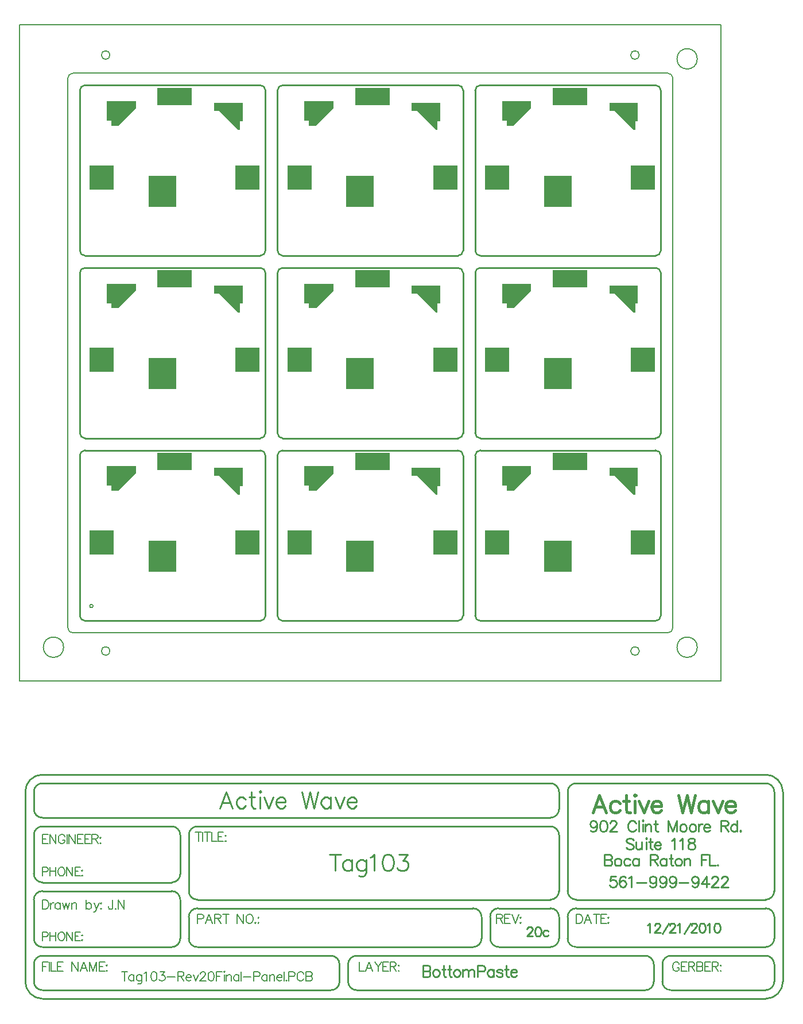
<source format=gbp>
%FSLAX24Y24*%
%MOIN*%
G70*
G01*
G75*
G04 Layer_Color=128*
%ADD10C,0.0500*%
%ADD11C,0.0100*%
%ADD12C,0.0150*%
%ADD13R,0.0300X0.0300*%
%ADD14R,0.0740X0.0450*%
%ADD15R,0.0300X0.0300*%
%ADD16O,0.0240X0.0800*%
%ADD17R,0.0360X0.0500*%
%ADD18R,0.0360X0.0360*%
%ADD19R,0.0236X0.1000*%
%ADD20R,0.0236X0.0900*%
%ADD21R,0.0700X0.0236*%
%ADD22R,0.0900X0.0236*%
%ADD23O,0.0160X0.0600*%
%ADD24R,0.0138X0.0354*%
%ADD25R,0.0138X0.0354*%
%ADD26R,0.0236X0.0236*%
%ADD27O,0.0160X0.0600*%
%ADD28R,0.0200X0.0500*%
%ADD29R,0.0748X0.0433*%
%ADD30C,0.0120*%
%ADD31C,0.0080*%
%ADD32C,0.0250*%
%ADD33C,0.0200*%
%ADD34C,0.0120*%
%ADD35C,0.0160*%
%ADD36C,0.0140*%
%ADD37C,0.0260*%
%ADD38C,0.0060*%
%ADD39C,0.0050*%
%ADD40C,0.0090*%
%ADD41C,0.1180*%
%ADD42C,0.0700*%
%ADD43R,0.0500X0.0500*%
%ADD44R,0.0394X0.0433*%
%ADD45C,0.0650*%
%ADD46C,0.0200*%
%ADD47R,0.1398X0.1398*%
%ADD48R,0.2000X0.1000*%
%ADD49R,0.1600X0.1800*%
%ADD50C,0.0300*%
%ADD51R,0.0650X0.0650*%
%ADD52C,0.0098*%
G36*
X8779Y6950D02*
X8619D01*
Y6440D01*
X8539D01*
X7439Y7540D01*
X7129D01*
Y8010D01*
X8779D01*
Y6950D01*
D02*
G37*
G36*
X2579Y7700D02*
X1569Y6690D01*
X1159D01*
Y6980D01*
X889D01*
Y8110D01*
X2579D01*
Y7700D01*
D02*
G37*
G36*
X20259Y6950D02*
X20099D01*
Y6440D01*
X20019D01*
X18919Y7540D01*
X18609D01*
Y8010D01*
X20259D01*
Y6950D01*
D02*
G37*
G36*
X14059Y7700D02*
X13049Y6690D01*
X12639D01*
Y6980D01*
X12369D01*
Y8110D01*
X14059D01*
Y7700D01*
D02*
G37*
G36*
X31739Y6950D02*
X31579D01*
Y6440D01*
X31499D01*
X30399Y7540D01*
X30089D01*
Y8010D01*
X31739D01*
Y6950D01*
D02*
G37*
G36*
X25539Y7700D02*
X24529Y6690D01*
X24119D01*
Y6980D01*
X23849D01*
Y8110D01*
X25539D01*
Y7700D01*
D02*
G37*
G36*
X8779Y17540D02*
X8619D01*
Y17030D01*
X8539D01*
X7439Y18130D01*
X7129D01*
Y18600D01*
X8779D01*
Y17540D01*
D02*
G37*
G36*
X2579Y18290D02*
X1569Y17280D01*
X1159D01*
Y17570D01*
X889D01*
Y18700D01*
X2579D01*
Y18290D01*
D02*
G37*
G36*
X20259Y17540D02*
X20099D01*
Y17030D01*
X20019D01*
X18919Y18130D01*
X18609D01*
Y18600D01*
X20259D01*
Y17540D01*
D02*
G37*
G36*
X14059Y18290D02*
X13049Y17280D01*
X12639D01*
Y17570D01*
X12369D01*
Y18700D01*
X14059D01*
Y18290D01*
D02*
G37*
G36*
X31739Y17540D02*
X31579D01*
Y17030D01*
X31499D01*
X30399Y18130D01*
X30089D01*
Y18600D01*
X31739D01*
Y17540D01*
D02*
G37*
G36*
X25539Y18290D02*
X24529Y17280D01*
X24119D01*
Y17570D01*
X23849D01*
Y18700D01*
X25539D01*
Y18290D01*
D02*
G37*
G36*
X8779Y28130D02*
X8619D01*
Y27620D01*
X8539D01*
X7439Y28720D01*
X7129D01*
Y29190D01*
X8779D01*
Y28130D01*
D02*
G37*
G36*
X2579Y28880D02*
X1569Y27870D01*
X1159D01*
Y28160D01*
X889D01*
Y29290D01*
X2579D01*
Y28880D01*
D02*
G37*
G36*
X20259Y28130D02*
X20099D01*
Y27620D01*
X20019D01*
X18919Y28720D01*
X18609D01*
Y29190D01*
X20259D01*
Y28130D01*
D02*
G37*
G36*
X14059Y28880D02*
X13049Y27870D01*
X12639D01*
Y28160D01*
X12369D01*
Y29290D01*
X14059D01*
Y28880D01*
D02*
G37*
G36*
X31739Y28130D02*
X31579D01*
Y27620D01*
X31499D01*
X30399Y28720D01*
X30089D01*
Y29190D01*
X31739D01*
Y28130D01*
D02*
G37*
G36*
X25539Y28880D02*
X24529Y27870D01*
X24119D01*
Y28160D01*
X23849D01*
Y29290D01*
X25539D01*
Y28880D01*
D02*
G37*
D11*
X19250Y-20860D02*
Y-21500D01*
Y-20860D02*
X19524D01*
X19616Y-20891D01*
X19646Y-20921D01*
X19677Y-20982D01*
Y-21043D01*
X19646Y-21104D01*
X19616Y-21134D01*
X19524Y-21165D01*
X19250D02*
X19524D01*
X19616Y-21195D01*
X19646Y-21226D01*
X19677Y-21287D01*
Y-21378D01*
X19646Y-21439D01*
X19616Y-21470D01*
X19524Y-21500D01*
X19250D01*
X19972Y-21073D02*
X19911Y-21104D01*
X19850Y-21165D01*
X19820Y-21256D01*
Y-21317D01*
X19850Y-21409D01*
X19911Y-21470D01*
X19972Y-21500D01*
X20064D01*
X20124Y-21470D01*
X20185Y-21409D01*
X20216Y-21317D01*
Y-21256D01*
X20185Y-21165D01*
X20124Y-21104D01*
X20064Y-21073D01*
X19972D01*
X20447Y-20860D02*
Y-21378D01*
X20478Y-21470D01*
X20539Y-21500D01*
X20600D01*
X20356Y-21073D02*
X20569D01*
X20783Y-20860D02*
Y-21378D01*
X20813Y-21470D01*
X20874Y-21500D01*
X20935D01*
X20691Y-21073D02*
X20905D01*
X21179D02*
X21118Y-21104D01*
X21057Y-21165D01*
X21026Y-21256D01*
Y-21317D01*
X21057Y-21409D01*
X21118Y-21470D01*
X21179Y-21500D01*
X21270D01*
X21331Y-21470D01*
X21392Y-21409D01*
X21422Y-21317D01*
Y-21256D01*
X21392Y-21165D01*
X21331Y-21104D01*
X21270Y-21073D01*
X21179D01*
X21563D02*
Y-21500D01*
Y-21195D02*
X21654Y-21104D01*
X21715Y-21073D01*
X21806D01*
X21867Y-21104D01*
X21898Y-21195D01*
Y-21500D01*
Y-21195D02*
X21989Y-21104D01*
X22050Y-21073D01*
X22142D01*
X22203Y-21104D01*
X22233Y-21195D01*
Y-21500D01*
X22434Y-21195D02*
X22708D01*
X22800Y-21165D01*
X22830Y-21134D01*
X22861Y-21073D01*
Y-20982D01*
X22830Y-20921D01*
X22800Y-20891D01*
X22708Y-20860D01*
X22434D01*
Y-21500D01*
X23370Y-21073D02*
Y-21500D01*
Y-21165D02*
X23309Y-21104D01*
X23248Y-21073D01*
X23156D01*
X23095Y-21104D01*
X23034Y-21165D01*
X23004Y-21256D01*
Y-21317D01*
X23034Y-21409D01*
X23095Y-21470D01*
X23156Y-21500D01*
X23248D01*
X23309Y-21470D01*
X23370Y-21409D01*
X23875Y-21165D02*
X23845Y-21104D01*
X23753Y-21073D01*
X23662D01*
X23571Y-21104D01*
X23540Y-21165D01*
X23571Y-21226D01*
X23632Y-21256D01*
X23784Y-21287D01*
X23845Y-21317D01*
X23875Y-21378D01*
Y-21409D01*
X23845Y-21470D01*
X23753Y-21500D01*
X23662D01*
X23571Y-21470D01*
X23540Y-21409D01*
X24101Y-20860D02*
Y-21378D01*
X24131Y-21470D01*
X24192Y-21500D01*
X24253D01*
X24009Y-21073D02*
X24223D01*
X24345Y-21256D02*
X24710D01*
Y-21195D01*
X24680Y-21134D01*
X24649Y-21104D01*
X24588Y-21073D01*
X24497D01*
X24436Y-21104D01*
X24375Y-21165D01*
X24345Y-21256D01*
Y-21317D01*
X24375Y-21409D01*
X24436Y-21470D01*
X24497Y-21500D01*
X24588D01*
X24649Y-21470D01*
X24710Y-21409D01*
X-370Y9030D02*
G03*
X-670Y8730I0J-300D01*
G01*
X10110D02*
G03*
X9810Y9030I-300J0D01*
G01*
Y-860D02*
G03*
X10110Y-560I0J300D01*
G01*
X-670D02*
G03*
X-370Y-860I300J0D01*
G01*
X-670Y-560D02*
Y8730D01*
X-370Y9030D02*
X9810D01*
X10110Y-560D02*
Y8730D01*
X-370Y-860D02*
X9810D01*
X11110Y9030D02*
G03*
X10810Y8730I0J-300D01*
G01*
X21590D02*
G03*
X21290Y9030I-300J0D01*
G01*
Y-860D02*
G03*
X21590Y-560I0J300D01*
G01*
X10810D02*
G03*
X11110Y-860I300J0D01*
G01*
X10810Y-560D02*
Y8730D01*
X11110Y9030D02*
X21290D01*
X21590Y-560D02*
Y8730D01*
X11110Y-860D02*
X21290D01*
X22590Y9030D02*
G03*
X22290Y8730I0J-300D01*
G01*
X33070D02*
G03*
X32770Y9030I-300J0D01*
G01*
Y-860D02*
G03*
X33070Y-560I0J300D01*
G01*
X22290D02*
G03*
X22590Y-860I300J0D01*
G01*
X22290Y-560D02*
Y8730D01*
X22590Y9030D02*
X32770D01*
X33070Y-560D02*
Y8730D01*
X22590Y-860D02*
X32770D01*
X-370Y19620D02*
G03*
X-670Y19320I0J-300D01*
G01*
X10110D02*
G03*
X9810Y19620I-300J0D01*
G01*
Y9730D02*
G03*
X10110Y10030I0J300D01*
G01*
X-670D02*
G03*
X-370Y9730I300J0D01*
G01*
X-670Y10030D02*
Y19320D01*
X-370Y19620D02*
X9810D01*
X10110Y10030D02*
Y19320D01*
X-370Y9730D02*
X9810D01*
X11110Y19620D02*
G03*
X10810Y19320I0J-300D01*
G01*
X21590D02*
G03*
X21290Y19620I-300J0D01*
G01*
Y9730D02*
G03*
X21590Y10030I0J300D01*
G01*
X10810D02*
G03*
X11110Y9730I300J0D01*
G01*
X10810Y10030D02*
Y19320D01*
X11110Y19620D02*
X21290D01*
X21590Y10030D02*
Y19320D01*
X11110Y9730D02*
X21290D01*
X22590Y19620D02*
G03*
X22290Y19320I0J-300D01*
G01*
X33070D02*
G03*
X32770Y19620I-300J0D01*
G01*
Y9730D02*
G03*
X33070Y10030I0J300D01*
G01*
X22290D02*
G03*
X22590Y9730I300J0D01*
G01*
X22290Y10030D02*
Y19320D01*
X22590Y19620D02*
X32770D01*
X33070Y10030D02*
Y19320D01*
X22590Y9730D02*
X32770D01*
X-370Y30210D02*
G03*
X-670Y29910I0J-300D01*
G01*
X10110D02*
G03*
X9810Y30210I-300J0D01*
G01*
Y20320D02*
G03*
X10110Y20620I0J300D01*
G01*
X-670D02*
G03*
X-370Y20320I300J0D01*
G01*
X-670Y20620D02*
Y29910D01*
X-370Y30210D02*
X9810D01*
X10110Y20620D02*
Y29910D01*
X-370Y20320D02*
X9810D01*
X11110Y30210D02*
G03*
X10810Y29910I0J-300D01*
G01*
X21590D02*
G03*
X21290Y30210I-300J0D01*
G01*
Y20320D02*
G03*
X21590Y20620I0J300D01*
G01*
X10810D02*
G03*
X11110Y20320I300J0D01*
G01*
X10810Y20620D02*
Y29910D01*
X11110Y30210D02*
X21290D01*
X21590Y20620D02*
Y29910D01*
X11110Y20320D02*
X21290D01*
X22590Y30210D02*
G03*
X22290Y29910I0J-300D01*
G01*
X33070D02*
G03*
X32770Y30210I-300J0D01*
G01*
Y20320D02*
G03*
X33070Y20620I0J300D01*
G01*
X22290D02*
G03*
X22590Y20320I300J0D01*
G01*
X22290Y20620D02*
Y29910D01*
X22590Y30210D02*
X32770D01*
X33070Y20620D02*
Y29910D01*
X22590Y20320D02*
X32770D01*
X39659Y-18022D02*
G03*
X39169Y-17532I-490J0D01*
G01*
X28159D02*
G03*
X27659Y-18032I0J-500D01*
G01*
X39159Y-17032D02*
G03*
X39659Y-16532I0J500D01*
G01*
X27659D02*
G03*
X28159Y-17032I500J0D01*
G01*
X-2841Y-9782D02*
G03*
X-3841Y-10782I0J-1000D01*
G01*
Y-21772D02*
G03*
X-2848Y-22782I1010J0D01*
G01*
X39159Y-22782D02*
G03*
X40159Y-21782I0J1000D01*
G01*
Y-10782D02*
G03*
X39159Y-9782I-1000J0D01*
G01*
X39659Y-10772D02*
G03*
X39152Y-10282I-490J0D01*
G01*
X39159Y-19782D02*
G03*
X39659Y-19282I0J500D01*
G01*
X39659Y-20773D02*
G03*
X39159Y-20282I-500J-9D01*
G01*
Y-22282D02*
G03*
X39659Y-21782I0J500D01*
G01*
X26659Y-19782D02*
G03*
X27159Y-19282I0J500D01*
G01*
X27659Y-19292D02*
G03*
X28158Y-19782I490J0D01*
G01*
X27159Y-18022D02*
G03*
X26669Y-17532I-490J0D01*
G01*
X-3341Y-21782D02*
G03*
X-2850Y-22282I500J0D01*
G01*
X26668Y-17032D02*
G03*
X27159Y-16532I-9J500D01*
G01*
X-2841Y-20282D02*
G03*
X-3341Y-20782I0J-500D01*
G01*
X27159Y-13282D02*
G03*
X26659Y-12782I-500J0D01*
G01*
Y-12282D02*
G03*
X27159Y-11782I0J500D01*
G01*
X28159Y-10282D02*
G03*
X27659Y-10782I0J-500D01*
G01*
X27159D02*
G03*
X26659Y-10282I-500J0D01*
G01*
X-2841D02*
G03*
X-3341Y-10782I0J-500D01*
G01*
Y-11782D02*
G03*
X-2841Y-12282I500J0D01*
G01*
Y-12782D02*
G03*
X-3341Y-13282I0J-500D01*
G01*
Y-15532D02*
G03*
X-2841Y-16032I500J0D01*
G01*
Y-16532D02*
G03*
X-3341Y-17032I0J-500D01*
G01*
Y-19282D02*
G03*
X-2850Y-19782I500J0D01*
G01*
X6159Y-12782D02*
G03*
X5659Y-13282I0J-500D01*
G01*
X6159Y-17532D02*
G03*
X5659Y-18032I0J-500D01*
G01*
X23639Y-17532D02*
G03*
X23160Y-18037I0J-480D01*
G01*
X23159Y-19272D02*
G03*
X23660Y-19782I510J0D01*
G01*
X22169Y-19782D02*
G03*
X22659Y-19283I0J490D01*
G01*
X22659Y-18022D02*
G03*
X22169Y-17532I-490J0D01*
G01*
X4669Y-19782D02*
G03*
X5159Y-19292I0J490D01*
G01*
X5659D02*
G03*
X6149Y-19782I490J0D01*
G01*
X5659Y-16542D02*
G03*
X6149Y-17032I490J0D01*
G01*
X5159Y-17022D02*
G03*
X4652Y-16532I-490J0D01*
G01*
X4679Y-16032D02*
G03*
X5159Y-15552I0J480D01*
G01*
Y-13272D02*
G03*
X4669Y-12782I-490J0D01*
G01*
X33659Y-20282D02*
G03*
X33159Y-20782I0J-500D01*
G01*
Y-21792D02*
G03*
X33658Y-22282I490J0D01*
G01*
X32171Y-22282D02*
G03*
X32659Y-21785I8J480D01*
G01*
X32659Y-20782D02*
G03*
X32159Y-20282I-500J0D01*
G01*
X14909Y-21782D02*
G03*
X15400Y-22282I500J0D01*
G01*
X15409Y-20282D02*
G03*
X14909Y-20782I0J-500D01*
G01*
X13921Y-22282D02*
G03*
X14409Y-21785I8J480D01*
G01*
X14409Y-20782D02*
G03*
X13909Y-20282I-500J0D01*
G01*
X39659Y-19282D02*
Y-18022D01*
X27659Y-19282D02*
Y-18032D01*
X39659Y-16532D02*
Y-10782D01*
X27659Y-16532D02*
Y-10782D01*
X-3841Y-21782D02*
Y-10782D01*
X-3341Y-21782D02*
Y-20782D01*
X39659Y-21782D02*
Y-20782D01*
X27159Y-19282D02*
Y-18032D01*
X23159Y-19282D02*
Y-18032D01*
X5659Y-19282D02*
Y-18032D01*
X22659Y-19282D02*
Y-18032D01*
X5659Y-16532D02*
Y-13282D01*
X27159Y-16532D02*
Y-13282D01*
Y-11782D02*
Y-10782D01*
X-3341Y-11782D02*
Y-10782D01*
X5159Y-15532D02*
Y-13282D01*
X-3341Y-15532D02*
Y-13282D01*
X5159Y-19282D02*
Y-17032D01*
X-3341Y-19282D02*
Y-17032D01*
X40159Y-21782D02*
Y-10782D01*
X33159Y-21782D02*
Y-20782D01*
X32659Y-21782D02*
Y-20782D01*
X14909Y-21782D02*
Y-20782D01*
X14409Y-21782D02*
Y-20782D01*
X28159Y-17532D02*
X39159D01*
X28159Y-17032D02*
X39159D01*
X6159D02*
X26659D01*
X28159Y-10282D02*
X39159D01*
X28159Y-19782D02*
X39159D01*
X23659Y-17532D02*
X26659D01*
X23659Y-19782D02*
X26659D01*
X6159D02*
X22159D01*
X6159Y-17532D02*
X22159D01*
X6159Y-12782D02*
X26659D01*
X-2841Y-12282D02*
X26659D01*
X-2841Y-12782D02*
X4659D01*
X-2841Y-16032D02*
X4659D01*
X-2841Y-16532D02*
X4659D01*
X-2841Y-19782D02*
X4659D01*
X-2841Y-9782D02*
X39159D01*
X-2841Y-22782D02*
X39159D01*
X-2841Y-10282D02*
X26659D01*
X33659Y-20282D02*
X39159D01*
X33659Y-22282D02*
X39159D01*
X15409Y-20282D02*
X32159D01*
X-2841D02*
X13909D01*
X-2841Y-22282D02*
X13909D01*
X15409D02*
X32159D01*
X31487Y-13572D02*
X31426Y-13511D01*
X31334Y-13480D01*
X31212D01*
X31121Y-13511D01*
X31060Y-13572D01*
Y-13632D01*
X31090Y-13693D01*
X31121Y-13724D01*
X31182Y-13754D01*
X31365Y-13815D01*
X31426Y-13846D01*
X31456Y-13876D01*
X31487Y-13937D01*
Y-14029D01*
X31426Y-14090D01*
X31334Y-14120D01*
X31212D01*
X31121Y-14090D01*
X31060Y-14029D01*
X31630Y-13693D02*
Y-13998D01*
X31660Y-14090D01*
X31721Y-14120D01*
X31813D01*
X31874Y-14090D01*
X31965Y-13998D01*
Y-13693D02*
Y-14120D01*
X32193Y-13480D02*
X32224Y-13511D01*
X32254Y-13480D01*
X32224Y-13450D01*
X32193Y-13480D01*
X32224Y-13693D02*
Y-14120D01*
X32459Y-13480D02*
Y-13998D01*
X32489Y-14090D01*
X32550Y-14120D01*
X32611D01*
X32367Y-13693D02*
X32580D01*
X32702Y-13876D02*
X33068D01*
Y-13815D01*
X33037Y-13754D01*
X33007Y-13724D01*
X32946Y-13693D01*
X32855D01*
X32794Y-13724D01*
X32733Y-13785D01*
X32702Y-13876D01*
Y-13937D01*
X32733Y-14029D01*
X32794Y-14090D01*
X32855Y-14120D01*
X32946D01*
X33007Y-14090D01*
X33068Y-14029D01*
X33708Y-13602D02*
X33769Y-13572D01*
X33860Y-13480D01*
Y-14120D01*
X34177Y-13602D02*
X34238Y-13572D01*
X34329Y-13480D01*
Y-14120D01*
X34799Y-13480D02*
X34707Y-13511D01*
X34677Y-13572D01*
Y-13632D01*
X34707Y-13693D01*
X34768Y-13724D01*
X34890Y-13754D01*
X34981Y-13785D01*
X35042Y-13846D01*
X35073Y-13907D01*
Y-13998D01*
X35042Y-14059D01*
X35012Y-14090D01*
X34920Y-14120D01*
X34799D01*
X34707Y-14090D01*
X34677Y-14059D01*
X34646Y-13998D01*
Y-13907D01*
X34677Y-13846D01*
X34738Y-13785D01*
X34829Y-13754D01*
X34951Y-13724D01*
X35012Y-13693D01*
X35042Y-13632D01*
Y-13572D01*
X35012Y-13511D01*
X34920Y-13480D01*
X34799D01*
X30466Y-15670D02*
X30161D01*
X30130Y-15944D01*
X30161Y-15914D01*
X30252Y-15883D01*
X30344D01*
X30435Y-15914D01*
X30496Y-15975D01*
X30527Y-16066D01*
Y-16127D01*
X30496Y-16219D01*
X30435Y-16280D01*
X30344Y-16310D01*
X30252D01*
X30161Y-16280D01*
X30130Y-16249D01*
X30100Y-16188D01*
X31035Y-15762D02*
X31005Y-15701D01*
X30914Y-15670D01*
X30853D01*
X30761Y-15701D01*
X30700Y-15792D01*
X30670Y-15944D01*
Y-16097D01*
X30700Y-16219D01*
X30761Y-16280D01*
X30853Y-16310D01*
X30883D01*
X30974Y-16280D01*
X31035Y-16219D01*
X31066Y-16127D01*
Y-16097D01*
X31035Y-16005D01*
X30974Y-15944D01*
X30883Y-15914D01*
X30853D01*
X30761Y-15944D01*
X30700Y-16005D01*
X30670Y-16097D01*
X31206Y-15792D02*
X31267Y-15762D01*
X31358Y-15670D01*
Y-16310D01*
X31675Y-16036D02*
X32224D01*
X32809Y-15883D02*
X32778Y-15975D01*
X32717Y-16036D01*
X32626Y-16066D01*
X32595D01*
X32504Y-16036D01*
X32443Y-15975D01*
X32413Y-15883D01*
Y-15853D01*
X32443Y-15762D01*
X32504Y-15701D01*
X32595Y-15670D01*
X32626D01*
X32717Y-15701D01*
X32778Y-15762D01*
X32809Y-15883D01*
Y-16036D01*
X32778Y-16188D01*
X32717Y-16280D01*
X32626Y-16310D01*
X32565D01*
X32474Y-16280D01*
X32443Y-16219D01*
X33379Y-15883D02*
X33348Y-15975D01*
X33287Y-16036D01*
X33196Y-16066D01*
X33165D01*
X33074Y-16036D01*
X33013Y-15975D01*
X32982Y-15883D01*
Y-15853D01*
X33013Y-15762D01*
X33074Y-15701D01*
X33165Y-15670D01*
X33196D01*
X33287Y-15701D01*
X33348Y-15762D01*
X33379Y-15883D01*
Y-16036D01*
X33348Y-16188D01*
X33287Y-16280D01*
X33196Y-16310D01*
X33135D01*
X33043Y-16280D01*
X33013Y-16219D01*
X33948Y-15883D02*
X33918Y-15975D01*
X33857Y-16036D01*
X33765Y-16066D01*
X33735D01*
X33644Y-16036D01*
X33583Y-15975D01*
X33552Y-15883D01*
Y-15853D01*
X33583Y-15762D01*
X33644Y-15701D01*
X33735Y-15670D01*
X33765D01*
X33857Y-15701D01*
X33918Y-15762D01*
X33948Y-15883D01*
Y-16036D01*
X33918Y-16188D01*
X33857Y-16280D01*
X33765Y-16310D01*
X33705D01*
X33613Y-16280D01*
X33583Y-16219D01*
X34122Y-16036D02*
X34670D01*
X35255Y-15883D02*
X35225Y-15975D01*
X35164Y-16036D01*
X35073Y-16066D01*
X35042D01*
X34951Y-16036D01*
X34890Y-15975D01*
X34859Y-15883D01*
Y-15853D01*
X34890Y-15762D01*
X34951Y-15701D01*
X35042Y-15670D01*
X35073D01*
X35164Y-15701D01*
X35225Y-15762D01*
X35255Y-15883D01*
Y-16036D01*
X35225Y-16188D01*
X35164Y-16280D01*
X35073Y-16310D01*
X35012D01*
X34920Y-16280D01*
X34890Y-16219D01*
X35734Y-15670D02*
X35429Y-16097D01*
X35886D01*
X35734Y-15670D02*
Y-16310D01*
X36029Y-15822D02*
Y-15792D01*
X36060Y-15731D01*
X36090Y-15701D01*
X36151Y-15670D01*
X36273D01*
X36334Y-15701D01*
X36365Y-15731D01*
X36395Y-15792D01*
Y-15853D01*
X36365Y-15914D01*
X36304Y-16005D01*
X35999Y-16310D01*
X36425D01*
X36599Y-15822D02*
Y-15792D01*
X36630Y-15731D01*
X36660Y-15701D01*
X36721Y-15670D01*
X36843D01*
X36904Y-15701D01*
X36934Y-15731D01*
X36965Y-15792D01*
Y-15853D01*
X36934Y-15914D01*
X36873Y-16005D01*
X36569Y-16310D01*
X36995D01*
X29346Y-12663D02*
X29316Y-12755D01*
X29255Y-12816D01*
X29163Y-12846D01*
X29133D01*
X29041Y-12816D01*
X28980Y-12755D01*
X28950Y-12663D01*
Y-12633D01*
X28980Y-12542D01*
X29041Y-12481D01*
X29133Y-12450D01*
X29163D01*
X29255Y-12481D01*
X29316Y-12542D01*
X29346Y-12663D01*
Y-12816D01*
X29316Y-12968D01*
X29255Y-13060D01*
X29163Y-13090D01*
X29102D01*
X29011Y-13060D01*
X28980Y-12999D01*
X29703Y-12450D02*
X29611Y-12481D01*
X29550Y-12572D01*
X29520Y-12724D01*
Y-12816D01*
X29550Y-12968D01*
X29611Y-13060D01*
X29703Y-13090D01*
X29764D01*
X29855Y-13060D01*
X29916Y-12968D01*
X29946Y-12816D01*
Y-12724D01*
X29916Y-12572D01*
X29855Y-12481D01*
X29764Y-12450D01*
X29703D01*
X30120Y-12602D02*
Y-12572D01*
X30150Y-12511D01*
X30181Y-12481D01*
X30242Y-12450D01*
X30364D01*
X30425Y-12481D01*
X30455Y-12511D01*
X30486Y-12572D01*
Y-12633D01*
X30455Y-12694D01*
X30394Y-12785D01*
X30090Y-13090D01*
X30516D01*
X31619Y-12602D02*
X31589Y-12542D01*
X31528Y-12481D01*
X31467Y-12450D01*
X31345D01*
X31284Y-12481D01*
X31223Y-12542D01*
X31193Y-12602D01*
X31162Y-12694D01*
Y-12846D01*
X31193Y-12938D01*
X31223Y-12999D01*
X31284Y-13060D01*
X31345Y-13090D01*
X31467D01*
X31528Y-13060D01*
X31589Y-12999D01*
X31619Y-12938D01*
X31799Y-12450D02*
Y-13090D01*
X31994Y-12450D02*
X32024Y-12481D01*
X32055Y-12450D01*
X32024Y-12420D01*
X31994Y-12450D01*
X32024Y-12663D02*
Y-13090D01*
X32168Y-12663D02*
Y-13090D01*
Y-12785D02*
X32259Y-12694D01*
X32320Y-12663D01*
X32411D01*
X32472Y-12694D01*
X32503Y-12785D01*
Y-13090D01*
X32762Y-12450D02*
Y-12968D01*
X32792Y-13060D01*
X32853Y-13090D01*
X32914D01*
X32670Y-12663D02*
X32884D01*
X33508Y-12450D02*
Y-13090D01*
Y-12450D02*
X33752Y-13090D01*
X33996Y-12450D02*
X33752Y-13090D01*
X33996Y-12450D02*
Y-13090D01*
X34331Y-12663D02*
X34270Y-12694D01*
X34209Y-12755D01*
X34179Y-12846D01*
Y-12907D01*
X34209Y-12999D01*
X34270Y-13060D01*
X34331Y-13090D01*
X34422D01*
X34483Y-13060D01*
X34544Y-12999D01*
X34575Y-12907D01*
Y-12846D01*
X34544Y-12755D01*
X34483Y-12694D01*
X34422Y-12663D01*
X34331D01*
X34867D02*
X34806Y-12694D01*
X34745Y-12755D01*
X34715Y-12846D01*
Y-12907D01*
X34745Y-12999D01*
X34806Y-13060D01*
X34867Y-13090D01*
X34959D01*
X35020Y-13060D01*
X35080Y-12999D01*
X35111Y-12907D01*
Y-12846D01*
X35080Y-12755D01*
X35020Y-12694D01*
X34959Y-12663D01*
X34867D01*
X35251D02*
Y-13090D01*
Y-12846D02*
X35282Y-12755D01*
X35343Y-12694D01*
X35403Y-12663D01*
X35495D01*
X35553Y-12846D02*
X35918D01*
Y-12785D01*
X35888Y-12724D01*
X35857Y-12694D01*
X35797Y-12663D01*
X35705D01*
X35644Y-12694D01*
X35583Y-12755D01*
X35553Y-12846D01*
Y-12907D01*
X35583Y-12999D01*
X35644Y-13060D01*
X35705Y-13090D01*
X35797D01*
X35857Y-13060D01*
X35918Y-12999D01*
X36558Y-12450D02*
Y-13090D01*
Y-12450D02*
X36832D01*
X36924Y-12481D01*
X36954Y-12511D01*
X36985Y-12572D01*
Y-12633D01*
X36954Y-12694D01*
X36924Y-12724D01*
X36832Y-12755D01*
X36558D01*
X36772D02*
X36985Y-13090D01*
X37494Y-12450D02*
Y-13090D01*
Y-12755D02*
X37433Y-12694D01*
X37372Y-12663D01*
X37280D01*
X37219Y-12694D01*
X37159Y-12755D01*
X37128Y-12846D01*
Y-12907D01*
X37159Y-12999D01*
X37219Y-13060D01*
X37280Y-13090D01*
X37372D01*
X37433Y-13060D01*
X37494Y-12999D01*
X37695Y-13029D02*
X37664Y-13060D01*
X37695Y-13090D01*
X37725Y-13060D01*
X37695Y-13029D01*
X29810Y-14420D02*
Y-15060D01*
Y-14420D02*
X30084D01*
X30176Y-14451D01*
X30206Y-14481D01*
X30237Y-14542D01*
Y-14603D01*
X30206Y-14664D01*
X30176Y-14694D01*
X30084Y-14725D01*
X29810D02*
X30084D01*
X30176Y-14755D01*
X30206Y-14786D01*
X30237Y-14847D01*
Y-14938D01*
X30206Y-14999D01*
X30176Y-15030D01*
X30084Y-15060D01*
X29810D01*
X30532Y-14633D02*
X30471Y-14664D01*
X30410Y-14725D01*
X30380Y-14816D01*
Y-14877D01*
X30410Y-14969D01*
X30471Y-15030D01*
X30532Y-15060D01*
X30624D01*
X30684Y-15030D01*
X30745Y-14969D01*
X30776Y-14877D01*
Y-14816D01*
X30745Y-14725D01*
X30684Y-14664D01*
X30624Y-14633D01*
X30532D01*
X31282Y-14725D02*
X31221Y-14664D01*
X31160Y-14633D01*
X31068D01*
X31007Y-14664D01*
X30947Y-14725D01*
X30916Y-14816D01*
Y-14877D01*
X30947Y-14969D01*
X31007Y-15030D01*
X31068Y-15060D01*
X31160D01*
X31221Y-15030D01*
X31282Y-14969D01*
X31784Y-14633D02*
Y-15060D01*
Y-14725D02*
X31723Y-14664D01*
X31663Y-14633D01*
X31571D01*
X31510Y-14664D01*
X31449Y-14725D01*
X31419Y-14816D01*
Y-14877D01*
X31449Y-14969D01*
X31510Y-15030D01*
X31571Y-15060D01*
X31663D01*
X31723Y-15030D01*
X31784Y-14969D01*
X32458Y-14420D02*
Y-15060D01*
Y-14420D02*
X32732D01*
X32823Y-14451D01*
X32854Y-14481D01*
X32884Y-14542D01*
Y-14603D01*
X32854Y-14664D01*
X32823Y-14694D01*
X32732Y-14725D01*
X32458D01*
X32671D02*
X32884Y-15060D01*
X33393Y-14633D02*
Y-15060D01*
Y-14725D02*
X33332Y-14664D01*
X33271Y-14633D01*
X33180D01*
X33119Y-14664D01*
X33058Y-14725D01*
X33028Y-14816D01*
Y-14877D01*
X33058Y-14969D01*
X33119Y-15030D01*
X33180Y-15060D01*
X33271D01*
X33332Y-15030D01*
X33393Y-14969D01*
X33655Y-14420D02*
Y-14938D01*
X33686Y-15030D01*
X33747Y-15060D01*
X33808D01*
X33564Y-14633D02*
X33777D01*
X34051D02*
X33990Y-14664D01*
X33930Y-14725D01*
X33899Y-14816D01*
Y-14877D01*
X33930Y-14969D01*
X33990Y-15030D01*
X34051Y-15060D01*
X34143D01*
X34204Y-15030D01*
X34265Y-14969D01*
X34295Y-14877D01*
Y-14816D01*
X34265Y-14725D01*
X34204Y-14664D01*
X34143Y-14633D01*
X34051D01*
X34435D02*
Y-15060D01*
Y-14755D02*
X34527Y-14664D01*
X34588Y-14633D01*
X34679D01*
X34740Y-14664D01*
X34770Y-14755D01*
Y-15060D01*
X35441Y-14420D02*
Y-15060D01*
Y-14420D02*
X35837D01*
X35441Y-14725D02*
X35685D01*
X35910Y-14420D02*
Y-15060D01*
X36276D01*
X36376Y-14999D02*
X36346Y-15030D01*
X36376Y-15060D01*
X36407Y-15030D01*
X36376Y-14999D01*
D12*
X29892Y-11980D02*
X29511Y-10980D01*
X29130Y-11980D01*
X29273Y-11647D02*
X29749D01*
X30696Y-11456D02*
X30601Y-11361D01*
X30506Y-11313D01*
X30363D01*
X30268Y-11361D01*
X30173Y-11456D01*
X30125Y-11599D01*
Y-11694D01*
X30173Y-11837D01*
X30268Y-11932D01*
X30363Y-11980D01*
X30506D01*
X30601Y-11932D01*
X30696Y-11837D01*
X31053Y-10980D02*
Y-11790D01*
X31101Y-11932D01*
X31196Y-11980D01*
X31291D01*
X30911Y-11313D02*
X31244D01*
X31529Y-10980D02*
X31577Y-11028D01*
X31625Y-10980D01*
X31577Y-10933D01*
X31529Y-10980D01*
X31577Y-11313D02*
Y-11980D01*
X31801Y-11313D02*
X32087Y-11980D01*
X32372Y-11313D02*
X32087Y-11980D01*
X32534Y-11599D02*
X33105D01*
Y-11504D01*
X33058Y-11409D01*
X33010Y-11361D01*
X32915Y-11313D01*
X32772D01*
X32677Y-11361D01*
X32582Y-11456D01*
X32534Y-11599D01*
Y-11694D01*
X32582Y-11837D01*
X32677Y-11932D01*
X32772Y-11980D01*
X32915D01*
X33010Y-11932D01*
X33105Y-11837D01*
X34105Y-10980D02*
X34343Y-11980D01*
X34581Y-10980D02*
X34343Y-11980D01*
X34581Y-10980D02*
X34819Y-11980D01*
X35057Y-10980D02*
X34819Y-11980D01*
X35829Y-11313D02*
Y-11980D01*
Y-11456D02*
X35733Y-11361D01*
X35638Y-11313D01*
X35495D01*
X35400Y-11361D01*
X35305Y-11456D01*
X35257Y-11599D01*
Y-11694D01*
X35305Y-11837D01*
X35400Y-11932D01*
X35495Y-11980D01*
X35638D01*
X35733Y-11932D01*
X35829Y-11837D01*
X36095Y-11313D02*
X36381Y-11980D01*
X36666Y-11313D02*
X36381Y-11980D01*
X36828Y-11599D02*
X37400D01*
Y-11504D01*
X37352Y-11409D01*
X37304Y-11361D01*
X37209Y-11313D01*
X37066D01*
X36971Y-11361D01*
X36876Y-11456D01*
X36828Y-11599D01*
Y-11694D01*
X36876Y-11837D01*
X36971Y-11932D01*
X37066Y-11980D01*
X37209D01*
X37304Y-11932D01*
X37400Y-11837D01*
D31*
X1243Y-17059D02*
Y-17465D01*
X1217Y-17542D01*
X1192Y-17567D01*
X1141Y-17592D01*
X1090D01*
X1040Y-17567D01*
X1014Y-17542D01*
X989Y-17465D01*
Y-17415D01*
X1405Y-17542D02*
X1380Y-17567D01*
X1405Y-17592D01*
X1431Y-17567D01*
X1405Y-17542D01*
X1547Y-17059D02*
Y-17592D01*
Y-17059D02*
X1903Y-17592D01*
Y-17059D02*
Y-17592D01*
D39*
X-1610Y-2390D02*
G03*
X-1610Y-2390I-590J0D01*
G01*
X35190D02*
G03*
X35190Y-2390I-590J0D01*
G01*
Y31740D02*
G03*
X35190Y31740I-590J0D01*
G01*
X1080Y31960D02*
G03*
X1080Y31960I-250J0D01*
G01*
X31820D02*
G03*
X31820Y31960I-250J0D01*
G01*
X1080Y-2610D02*
G03*
X1080Y-2610I-250J0D01*
G01*
X31820D02*
G03*
X31820Y-2610I-250J0D01*
G01*
X97Y0D02*
G03*
X97Y0I-97J0D01*
G01*
X-1070Y30910D02*
G03*
X-1370Y30610I0J-300D01*
G01*
X-370Y30210D02*
G03*
X-670Y29910I0J-300D01*
G01*
X10110D02*
G03*
X9810Y30210I-300J0D01*
G01*
X11110D02*
G03*
X10810Y29910I0J-300D01*
G01*
X9810Y20320D02*
G03*
X10110Y20620I0J300D01*
G01*
X10810D02*
G03*
X11110Y20320I300J0D01*
G01*
Y19620D02*
G03*
X10810Y19320I0J-300D01*
G01*
X10110D02*
G03*
X9810Y19620I-300J0D01*
G01*
X22290Y20620D02*
G03*
X22590Y20320I300J0D01*
G01*
X21290D02*
G03*
X21590Y20620I0J300D01*
G01*
Y19320D02*
G03*
X21290Y19620I-300J0D01*
G01*
X22590D02*
G03*
X22290Y19320I0J-300D01*
G01*
X32770Y20320D02*
G03*
X33070Y20620I0J300D01*
G01*
Y19320D02*
G03*
X32770Y19620I-300J0D01*
G01*
X33770Y30610D02*
G03*
X33470Y30910I-300J0D01*
G01*
X33070Y29910D02*
G03*
X32770Y30210I-300J0D01*
G01*
X21590Y29910D02*
G03*
X21290Y30210I-300J0D01*
G01*
X22590D02*
G03*
X22290Y29910I0J-300D01*
G01*
X-670Y20620D02*
G03*
X-370Y20320I300J0D01*
G01*
Y19620D02*
G03*
X-670Y19320I0J-300D01*
G01*
Y10030D02*
G03*
X-370Y9730I300J0D01*
G01*
Y9030D02*
G03*
X-670Y8730I0J-300D01*
G01*
Y-560D02*
G03*
X-370Y-860I300J0D01*
G01*
X-1370Y-1260D02*
G03*
X-1070Y-1560I300J0D01*
G01*
X9810Y-860D02*
G03*
X10110Y-560I0J300D01*
G01*
X10810D02*
G03*
X11110Y-860I300J0D01*
G01*
X21290D02*
G03*
X21590Y-560I0J300D01*
G01*
X22290D02*
G03*
X22590Y-860I300J0D01*
G01*
X32770D02*
G03*
X33070Y-560I0J300D01*
G01*
X33470Y-1560D02*
G03*
X33770Y-1260I0J300D01*
G01*
X32770Y9730D02*
G03*
X33070Y10030I0J300D01*
G01*
Y8730D02*
G03*
X32770Y9030I-300J0D01*
G01*
X21290Y9730D02*
G03*
X21590Y10030I0J300D01*
G01*
X22290D02*
G03*
X22590Y9730I300J0D01*
G01*
Y9030D02*
G03*
X22290Y8730I0J-300D01*
G01*
X21590D02*
G03*
X21290Y9030I-300J0D01*
G01*
X10810Y10030D02*
G03*
X11110Y9730I300J0D01*
G01*
X9810D02*
G03*
X10110Y10030I0J300D01*
G01*
Y8730D02*
G03*
X9810Y9030I-300J0D01*
G01*
X11110D02*
G03*
X10810Y8730I0J-300D01*
G01*
X-4170Y-4360D02*
X36570D01*
Y33710D01*
X-4170D02*
X36570D01*
X-4170Y-4360D02*
Y33710D01*
X-670Y20620D02*
Y29910D01*
X-370Y-860D02*
X9810D01*
X22590Y30210D02*
X32770D01*
X33070Y-560D02*
Y8730D01*
X-1070Y30910D02*
X33470D01*
X-1070Y-1560D02*
X33470D01*
X-1370Y-1260D02*
Y30610D01*
X33770Y-1260D02*
Y30610D01*
X-370Y30210D02*
X9810D01*
X11110Y20320D02*
X21290D01*
X-370D02*
X9810D01*
X-670Y10030D02*
Y19320D01*
X-370Y19620D02*
X9810D01*
X10110Y20620D02*
Y29910D01*
X10810Y20620D02*
Y29910D01*
X21590Y20620D02*
Y29910D01*
X22290Y20620D02*
Y29910D01*
X11110Y30210D02*
X21290D01*
X10810Y10030D02*
Y19320D01*
X11110Y19620D02*
X21290D01*
X10110Y10030D02*
Y19320D01*
X21590Y10030D02*
Y19320D01*
X22590Y20320D02*
X32770D01*
X22590Y19620D02*
X32770D01*
X22290Y10030D02*
Y19320D01*
X33070Y20620D02*
Y29910D01*
Y10030D02*
Y19320D01*
X22290Y-560D02*
Y8730D01*
X22590Y9730D02*
X32770D01*
X21590Y-560D02*
Y8730D01*
X22590Y9030D02*
X32770D01*
X11110Y9730D02*
X21290D01*
X10110Y-560D02*
Y8730D01*
X11110Y9030D02*
X21290D01*
X10810Y-560D02*
Y8730D01*
X11110Y-860D02*
X21290D01*
X22590D02*
X32770D01*
X-370Y9730D02*
X9810D01*
X-670Y-560D02*
Y8730D01*
X-370Y9030D02*
X9810D01*
X1928Y-21217D02*
Y-21750D01*
X1750Y-21217D02*
X2105D01*
X2474Y-21395D02*
Y-21750D01*
Y-21471D02*
X2423Y-21420D01*
X2372Y-21395D01*
X2296D01*
X2245Y-21420D01*
X2194Y-21471D01*
X2169Y-21547D01*
Y-21598D01*
X2194Y-21674D01*
X2245Y-21725D01*
X2296Y-21750D01*
X2372D01*
X2423Y-21725D01*
X2474Y-21674D01*
X2921Y-21395D02*
Y-21801D01*
X2895Y-21877D01*
X2870Y-21902D01*
X2819Y-21928D01*
X2743D01*
X2692Y-21902D01*
X2921Y-21471D02*
X2870Y-21420D01*
X2819Y-21395D01*
X2743D01*
X2692Y-21420D01*
X2641Y-21471D01*
X2616Y-21547D01*
Y-21598D01*
X2641Y-21674D01*
X2692Y-21725D01*
X2743Y-21750D01*
X2819D01*
X2870Y-21725D01*
X2921Y-21674D01*
X3063Y-21318D02*
X3114Y-21293D01*
X3190Y-21217D01*
Y-21750D01*
X3606Y-21217D02*
X3530Y-21242D01*
X3479Y-21318D01*
X3454Y-21445D01*
Y-21521D01*
X3479Y-21648D01*
X3530Y-21725D01*
X3606Y-21750D01*
X3657D01*
X3733Y-21725D01*
X3784Y-21648D01*
X3809Y-21521D01*
Y-21445D01*
X3784Y-21318D01*
X3733Y-21242D01*
X3657Y-21217D01*
X3606D01*
X3979D02*
X4259D01*
X4106Y-21420D01*
X4183D01*
X4233Y-21445D01*
X4259Y-21471D01*
X4284Y-21547D01*
Y-21598D01*
X4259Y-21674D01*
X4208Y-21725D01*
X4132Y-21750D01*
X4056D01*
X3979Y-21725D01*
X3954Y-21699D01*
X3929Y-21648D01*
X4403Y-21521D02*
X4860D01*
X5018Y-21217D02*
Y-21750D01*
Y-21217D02*
X5246D01*
X5323Y-21242D01*
X5348Y-21268D01*
X5373Y-21318D01*
Y-21369D01*
X5348Y-21420D01*
X5323Y-21445D01*
X5246Y-21471D01*
X5018D01*
X5196D02*
X5373Y-21750D01*
X5493Y-21547D02*
X5797D01*
Y-21496D01*
X5772Y-21445D01*
X5747Y-21420D01*
X5696Y-21395D01*
X5620D01*
X5569Y-21420D01*
X5518Y-21471D01*
X5493Y-21547D01*
Y-21598D01*
X5518Y-21674D01*
X5569Y-21725D01*
X5620Y-21750D01*
X5696D01*
X5747Y-21725D01*
X5797Y-21674D01*
X5912Y-21395D02*
X6064Y-21750D01*
X6216Y-21395D02*
X6064Y-21750D01*
X6328Y-21344D02*
Y-21318D01*
X6353Y-21268D01*
X6379Y-21242D01*
X6430Y-21217D01*
X6531D01*
X6582Y-21242D01*
X6607Y-21268D01*
X6633Y-21318D01*
Y-21369D01*
X6607Y-21420D01*
X6557Y-21496D01*
X6303Y-21750D01*
X6658D01*
X6930Y-21217D02*
X6854Y-21242D01*
X6803Y-21318D01*
X6778Y-21445D01*
Y-21521D01*
X6803Y-21648D01*
X6854Y-21725D01*
X6930Y-21750D01*
X6981D01*
X7057Y-21725D01*
X7108Y-21648D01*
X7133Y-21521D01*
Y-21445D01*
X7108Y-21318D01*
X7057Y-21242D01*
X6981Y-21217D01*
X6930D01*
X7252D02*
Y-21750D01*
Y-21217D02*
X7582D01*
X7252Y-21471D02*
X7455D01*
X7694Y-21217D02*
X7720Y-21242D01*
X7745Y-21217D01*
X7720Y-21191D01*
X7694Y-21217D01*
X7720Y-21395D02*
Y-21750D01*
X7839Y-21395D02*
Y-21750D01*
Y-21496D02*
X7915Y-21420D01*
X7966Y-21395D01*
X8042D01*
X8093Y-21420D01*
X8118Y-21496D01*
Y-21750D01*
X8563Y-21395D02*
Y-21750D01*
Y-21471D02*
X8512Y-21420D01*
X8461Y-21395D01*
X8385D01*
X8334Y-21420D01*
X8283Y-21471D01*
X8258Y-21547D01*
Y-21598D01*
X8283Y-21674D01*
X8334Y-21725D01*
X8385Y-21750D01*
X8461D01*
X8512Y-21725D01*
X8563Y-21674D01*
X8705Y-21217D02*
Y-21750D01*
X8816Y-21521D02*
X9274D01*
X9431Y-21496D02*
X9659D01*
X9736Y-21471D01*
X9761Y-21445D01*
X9786Y-21395D01*
Y-21318D01*
X9761Y-21268D01*
X9736Y-21242D01*
X9659Y-21217D01*
X9431D01*
Y-21750D01*
X10210Y-21395D02*
Y-21750D01*
Y-21471D02*
X10160Y-21420D01*
X10109Y-21395D01*
X10033D01*
X9982Y-21420D01*
X9931Y-21471D01*
X9906Y-21547D01*
Y-21598D01*
X9931Y-21674D01*
X9982Y-21725D01*
X10033Y-21750D01*
X10109D01*
X10160Y-21725D01*
X10210Y-21674D01*
X10353Y-21395D02*
Y-21750D01*
Y-21496D02*
X10429Y-21420D01*
X10480Y-21395D01*
X10556D01*
X10607Y-21420D01*
X10632Y-21496D01*
Y-21750D01*
X10772Y-21547D02*
X11076D01*
Y-21496D01*
X11051Y-21445D01*
X11026Y-21420D01*
X10975Y-21395D01*
X10899D01*
X10848Y-21420D01*
X10797Y-21471D01*
X10772Y-21547D01*
Y-21598D01*
X10797Y-21674D01*
X10848Y-21725D01*
X10899Y-21750D01*
X10975D01*
X11026Y-21725D01*
X11076Y-21674D01*
X11191Y-21217D02*
Y-21750D01*
X11328Y-21699D02*
X11302Y-21725D01*
X11328Y-21750D01*
X11353Y-21725D01*
X11328Y-21699D01*
X11470Y-21496D02*
X11698D01*
X11775Y-21471D01*
X11800Y-21445D01*
X11825Y-21395D01*
Y-21318D01*
X11800Y-21268D01*
X11775Y-21242D01*
X11698Y-21217D01*
X11470D01*
Y-21750D01*
X12326Y-21344D02*
X12300Y-21293D01*
X12249Y-21242D01*
X12199Y-21217D01*
X12097D01*
X12046Y-21242D01*
X11995Y-21293D01*
X11970Y-21344D01*
X11945Y-21420D01*
Y-21547D01*
X11970Y-21623D01*
X11995Y-21674D01*
X12046Y-21725D01*
X12097Y-21750D01*
X12199D01*
X12249Y-21725D01*
X12300Y-21674D01*
X12326Y-21623D01*
X12475Y-21217D02*
Y-21750D01*
Y-21217D02*
X12704D01*
X12780Y-21242D01*
X12805Y-21268D01*
X12831Y-21318D01*
Y-21369D01*
X12805Y-21420D01*
X12780Y-21445D01*
X12704Y-21471D01*
X12475D02*
X12704D01*
X12780Y-21496D01*
X12805Y-21521D01*
X12831Y-21572D01*
Y-21648D01*
X12805Y-21699D01*
X12780Y-21725D01*
X12704Y-21750D01*
X12475D01*
X28159Y-17874D02*
Y-18407D01*
Y-17874D02*
X28337D01*
X28413Y-17899D01*
X28464Y-17950D01*
X28489Y-18001D01*
X28515Y-18077D01*
Y-18204D01*
X28489Y-18280D01*
X28464Y-18331D01*
X28413Y-18381D01*
X28337Y-18407D01*
X28159D01*
X29040D02*
X28837Y-17874D01*
X28634Y-18407D01*
X28710Y-18229D02*
X28964D01*
X29342Y-17874D02*
Y-18407D01*
X29165Y-17874D02*
X29520D01*
X29914D02*
X29584D01*
Y-18407D01*
X29914D01*
X29584Y-18127D02*
X29787D01*
X30028Y-18051D02*
X30003Y-18077D01*
X30028Y-18102D01*
X30053Y-18077D01*
X30028Y-18051D01*
Y-18356D02*
X30003Y-18381D01*
X30028Y-18407D01*
X30053Y-18381D01*
X30028Y-18356D01*
X23534Y-17874D02*
Y-18407D01*
Y-17874D02*
X23763D01*
X23839Y-17899D01*
X23864Y-17924D01*
X23890Y-17975D01*
Y-18026D01*
X23864Y-18077D01*
X23839Y-18102D01*
X23763Y-18127D01*
X23534D01*
X23712D02*
X23890Y-18407D01*
X24339Y-17874D02*
X24009D01*
Y-18407D01*
X24339D01*
X24009Y-18127D02*
X24212D01*
X24428Y-17874D02*
X24631Y-18407D01*
X24834Y-17874D02*
X24631Y-18407D01*
X24928Y-18051D02*
X24903Y-18077D01*
X24928Y-18102D01*
X24954Y-18077D01*
X24928Y-18051D01*
Y-18356D02*
X24903Y-18381D01*
X24928Y-18407D01*
X24954Y-18381D01*
X24928Y-18356D01*
X-2841Y-15419D02*
X-2627D01*
X-2555Y-15395D01*
X-2531Y-15371D01*
X-2508Y-15324D01*
Y-15252D01*
X-2531Y-15204D01*
X-2555Y-15181D01*
X-2627Y-15157D01*
X-2841D01*
Y-15657D01*
X-2396Y-15157D02*
Y-15657D01*
X-2062Y-15157D02*
Y-15657D01*
X-2396Y-15395D02*
X-2062D01*
X-1781Y-15157D02*
X-1829Y-15181D01*
X-1877Y-15228D01*
X-1901Y-15276D01*
X-1924Y-15347D01*
Y-15466D01*
X-1901Y-15538D01*
X-1877Y-15585D01*
X-1829Y-15633D01*
X-1781Y-15657D01*
X-1686D01*
X-1639Y-15633D01*
X-1591Y-15585D01*
X-1567Y-15538D01*
X-1543Y-15466D01*
Y-15347D01*
X-1567Y-15276D01*
X-1591Y-15228D01*
X-1639Y-15181D01*
X-1686Y-15157D01*
X-1781D01*
X-1427D02*
Y-15657D01*
Y-15157D02*
X-1094Y-15657D01*
Y-15157D02*
Y-15657D01*
X-646Y-15157D02*
X-955D01*
Y-15657D01*
X-646D01*
X-955Y-15395D02*
X-765D01*
X-539Y-15324D02*
X-563Y-15347D01*
X-539Y-15371D01*
X-515Y-15347D01*
X-539Y-15324D01*
Y-15609D02*
X-563Y-15633D01*
X-539Y-15657D01*
X-515Y-15633D01*
X-539Y-15609D01*
X-2841Y-19169D02*
X-2627D01*
X-2555Y-19145D01*
X-2531Y-19121D01*
X-2508Y-19074D01*
Y-19002D01*
X-2531Y-18954D01*
X-2555Y-18931D01*
X-2627Y-18907D01*
X-2841D01*
Y-19407D01*
X-2396Y-18907D02*
Y-19407D01*
X-2062Y-18907D02*
Y-19407D01*
X-2396Y-19145D02*
X-2062D01*
X-1781Y-18907D02*
X-1829Y-18931D01*
X-1877Y-18978D01*
X-1901Y-19026D01*
X-1924Y-19097D01*
Y-19216D01*
X-1901Y-19288D01*
X-1877Y-19335D01*
X-1829Y-19383D01*
X-1781Y-19407D01*
X-1686D01*
X-1639Y-19383D01*
X-1591Y-19335D01*
X-1567Y-19288D01*
X-1543Y-19216D01*
Y-19097D01*
X-1567Y-19026D01*
X-1591Y-18978D01*
X-1639Y-18931D01*
X-1686Y-18907D01*
X-1781D01*
X-1427D02*
Y-19407D01*
Y-18907D02*
X-1094Y-19407D01*
Y-18907D02*
Y-19407D01*
X-646Y-18907D02*
X-955D01*
Y-19407D01*
X-646D01*
X-955Y-19145D02*
X-765D01*
X-539Y-19074D02*
X-563Y-19097D01*
X-539Y-19121D01*
X-515Y-19097D01*
X-539Y-19074D01*
Y-19359D02*
X-563Y-19383D01*
X-539Y-19407D01*
X-515Y-19383D01*
X-539Y-19359D01*
X15559Y-20649D02*
Y-21182D01*
X15864D01*
X16329D02*
X16125Y-20649D01*
X15922Y-21182D01*
X15998Y-21004D02*
X16252D01*
X16453Y-20649D02*
X16656Y-20902D01*
Y-21182D01*
X16859Y-20649D02*
X16656Y-20902D01*
X17258Y-20649D02*
X16928D01*
Y-21182D01*
X17258D01*
X16928Y-20902D02*
X17131D01*
X17347Y-20649D02*
Y-21182D01*
Y-20649D02*
X17575D01*
X17651Y-20674D01*
X17677Y-20699D01*
X17702Y-20750D01*
Y-20801D01*
X17677Y-20852D01*
X17651Y-20877D01*
X17575Y-20902D01*
X17347D01*
X17524D02*
X17702Y-21182D01*
X17847Y-20826D02*
X17822Y-20852D01*
X17847Y-20877D01*
X17872Y-20852D01*
X17847Y-20826D01*
Y-21131D02*
X17822Y-21156D01*
X17847Y-21182D01*
X17872Y-21156D01*
X17847Y-21131D01*
X-2511Y-13249D02*
X-2841D01*
Y-13782D01*
X-2511D01*
X-2841Y-13502D02*
X-2638D01*
X-2422Y-13249D02*
Y-13782D01*
Y-13249D02*
X-2066Y-13782D01*
Y-13249D02*
Y-13782D01*
X-1538Y-13376D02*
X-1564Y-13325D01*
X-1614Y-13274D01*
X-1665Y-13249D01*
X-1767D01*
X-1818Y-13274D01*
X-1868Y-13325D01*
X-1894Y-13376D01*
X-1919Y-13452D01*
Y-13579D01*
X-1894Y-13655D01*
X-1868Y-13706D01*
X-1818Y-13756D01*
X-1767Y-13782D01*
X-1665D01*
X-1614Y-13756D01*
X-1564Y-13706D01*
X-1538Y-13655D01*
Y-13579D01*
X-1665D02*
X-1538D01*
X-1416Y-13249D02*
Y-13782D01*
X-1305Y-13249D02*
Y-13782D01*
Y-13249D02*
X-949Y-13782D01*
Y-13249D02*
Y-13782D01*
X-472Y-13249D02*
X-802D01*
Y-13782D01*
X-472D01*
X-802Y-13502D02*
X-599D01*
X-53Y-13249D02*
X-383D01*
Y-13782D01*
X-53D01*
X-383Y-13502D02*
X-180D01*
X36Y-13249D02*
Y-13782D01*
Y-13249D02*
X265D01*
X341Y-13274D01*
X366Y-13299D01*
X392Y-13350D01*
Y-13401D01*
X366Y-13452D01*
X341Y-13477D01*
X265Y-13502D01*
X36D01*
X214D02*
X392Y-13782D01*
X536Y-13426D02*
X511Y-13452D01*
X536Y-13477D01*
X562Y-13452D01*
X536Y-13426D01*
Y-13731D02*
X511Y-13756D01*
X536Y-13782D01*
X562Y-13756D01*
X536Y-13731D01*
X6159Y-18153D02*
X6388D01*
X6464Y-18127D01*
X6489Y-18102D01*
X6515Y-18051D01*
Y-17975D01*
X6489Y-17924D01*
X6464Y-17899D01*
X6388Y-17874D01*
X6159D01*
Y-18407D01*
X7040D02*
X6837Y-17874D01*
X6634Y-18407D01*
X6710Y-18229D02*
X6964D01*
X7165Y-17874D02*
Y-18407D01*
Y-17874D02*
X7393D01*
X7469Y-17899D01*
X7495Y-17924D01*
X7520Y-17975D01*
Y-18026D01*
X7495Y-18077D01*
X7469Y-18102D01*
X7393Y-18127D01*
X7165D01*
X7342D02*
X7520Y-18407D01*
X7817Y-17874D02*
Y-18407D01*
X7640Y-17874D02*
X7995D01*
X8477D02*
Y-18407D01*
Y-17874D02*
X8833Y-18407D01*
Y-17874D02*
Y-18407D01*
X9133Y-17874D02*
X9082Y-17899D01*
X9031Y-17950D01*
X9006Y-18001D01*
X8980Y-18077D01*
Y-18204D01*
X9006Y-18280D01*
X9031Y-18331D01*
X9082Y-18381D01*
X9133Y-18407D01*
X9234D01*
X9285Y-18381D01*
X9336Y-18331D01*
X9361Y-18280D01*
X9386Y-18204D01*
Y-18077D01*
X9361Y-18001D01*
X9336Y-17950D01*
X9285Y-17899D01*
X9234Y-17874D01*
X9133D01*
X9536Y-18356D02*
X9511Y-18381D01*
X9536Y-18407D01*
X9562Y-18381D01*
X9536Y-18356D01*
X9704Y-18051D02*
X9678Y-18077D01*
X9704Y-18102D01*
X9729Y-18077D01*
X9704Y-18051D01*
Y-18356D02*
X9678Y-18381D01*
X9704Y-18407D01*
X9729Y-18381D01*
X9704Y-18356D01*
X6212Y-13124D02*
Y-13657D01*
X6034Y-13124D02*
X6390D01*
X6453D02*
Y-13657D01*
X6743Y-13124D02*
Y-13657D01*
X6565Y-13124D02*
X6920D01*
X6984D02*
Y-13657D01*
X7289D01*
X7677Y-13124D02*
X7347D01*
Y-13657D01*
X7677D01*
X7347Y-13377D02*
X7550D01*
X7791Y-13301D02*
X7766Y-13327D01*
X7791Y-13352D01*
X7817Y-13327D01*
X7791Y-13301D01*
Y-13606D02*
X7766Y-13631D01*
X7791Y-13657D01*
X7817Y-13631D01*
X7791Y-13606D01*
X-2841Y-17049D02*
Y-17582D01*
Y-17049D02*
X-2663D01*
X-2587Y-17074D01*
X-2536Y-17125D01*
X-2511Y-17176D01*
X-2485Y-17252D01*
Y-17379D01*
X-2511Y-17455D01*
X-2536Y-17506D01*
X-2587Y-17556D01*
X-2663Y-17582D01*
X-2841D01*
X-2366Y-17226D02*
Y-17582D01*
Y-17379D02*
X-2341Y-17302D01*
X-2290Y-17252D01*
X-2239Y-17226D01*
X-2163D01*
X-1810D02*
Y-17582D01*
Y-17302D02*
X-1861Y-17252D01*
X-1911Y-17226D01*
X-1988D01*
X-2038Y-17252D01*
X-2089Y-17302D01*
X-2115Y-17379D01*
Y-17429D01*
X-2089Y-17506D01*
X-2038Y-17556D01*
X-1988Y-17582D01*
X-1911D01*
X-1861Y-17556D01*
X-1810Y-17506D01*
X-1668Y-17226D02*
X-1566Y-17582D01*
X-1465Y-17226D02*
X-1566Y-17582D01*
X-1465Y-17226D02*
X-1363Y-17582D01*
X-1261Y-17226D02*
X-1363Y-17582D01*
X-1137Y-17226D02*
Y-17582D01*
Y-17328D02*
X-1061Y-17252D01*
X-1010Y-17226D01*
X-934D01*
X-883Y-17252D01*
X-858Y-17328D01*
Y-17582D01*
X-299Y-17049D02*
Y-17582D01*
Y-17302D02*
X-248Y-17252D01*
X-198Y-17226D01*
X-121D01*
X-71Y-17252D01*
X-20Y-17302D01*
X6Y-17379D01*
Y-17429D01*
X-20Y-17506D01*
X-71Y-17556D01*
X-121Y-17582D01*
X-198D01*
X-248Y-17556D01*
X-299Y-17506D01*
X145Y-17226D02*
X298Y-17582D01*
X450Y-17226D02*
X298Y-17582D01*
X247Y-17683D01*
X196Y-17734D01*
X145Y-17760D01*
X120D01*
X564Y-17226D02*
X539Y-17252D01*
X564Y-17277D01*
X590Y-17252D01*
X564Y-17226D01*
Y-17531D02*
X539Y-17556D01*
X564Y-17582D01*
X590Y-17556D01*
X564Y-17531D01*
X-2841Y-20649D02*
Y-21182D01*
Y-20649D02*
X-2511D01*
X-2841Y-20902D02*
X-2638D01*
X-2450Y-20649D02*
Y-21182D01*
X-2338Y-20649D02*
Y-21182D01*
X-2033D01*
X-1645Y-20649D02*
X-1975D01*
Y-21182D01*
X-1645D01*
X-1975Y-20902D02*
X-1772D01*
X-1137Y-20649D02*
Y-21182D01*
Y-20649D02*
X-782Y-21182D01*
Y-20649D02*
Y-21182D01*
X-228D02*
X-431Y-20649D01*
X-634Y-21182D01*
X-558Y-21004D02*
X-304D01*
X-104Y-20649D02*
Y-21182D01*
Y-20649D02*
X100Y-21182D01*
X303Y-20649D02*
X100Y-21182D01*
X303Y-20649D02*
Y-21182D01*
X785Y-20649D02*
X455D01*
Y-21182D01*
X785D01*
X455Y-20902D02*
X658D01*
X899Y-20826D02*
X874Y-20852D01*
X899Y-20877D01*
X925Y-20852D01*
X899Y-20826D01*
Y-21131D02*
X874Y-21156D01*
X899Y-21182D01*
X925Y-21156D01*
X899Y-21131D01*
X34140Y-20776D02*
X34115Y-20725D01*
X34064Y-20674D01*
X34013Y-20649D01*
X33912D01*
X33861Y-20674D01*
X33810Y-20725D01*
X33785Y-20776D01*
X33759Y-20852D01*
Y-20979D01*
X33785Y-21055D01*
X33810Y-21106D01*
X33861Y-21156D01*
X33912Y-21182D01*
X34013D01*
X34064Y-21156D01*
X34115Y-21106D01*
X34140Y-21055D01*
Y-20979D01*
X34013D02*
X34140D01*
X34592Y-20649D02*
X34262D01*
Y-21182D01*
X34592D01*
X34262Y-20902D02*
X34465D01*
X34681Y-20649D02*
Y-21182D01*
Y-20649D02*
X34909D01*
X34986Y-20674D01*
X35011Y-20699D01*
X35036Y-20750D01*
Y-20801D01*
X35011Y-20852D01*
X34986Y-20877D01*
X34909Y-20902D01*
X34681D01*
X34859D02*
X35036Y-21182D01*
X35156Y-20649D02*
Y-21182D01*
Y-20649D02*
X35384D01*
X35460Y-20674D01*
X35486Y-20699D01*
X35511Y-20750D01*
Y-20801D01*
X35486Y-20852D01*
X35460Y-20877D01*
X35384Y-20902D01*
X35156D02*
X35384D01*
X35460Y-20928D01*
X35486Y-20953D01*
X35511Y-21004D01*
Y-21080D01*
X35486Y-21131D01*
X35460Y-21156D01*
X35384Y-21182D01*
X35156D01*
X35961Y-20649D02*
X35631D01*
Y-21182D01*
X35961D01*
X35631Y-20902D02*
X35834D01*
X36050Y-20649D02*
Y-21182D01*
Y-20649D02*
X36278D01*
X36354Y-20674D01*
X36380Y-20699D01*
X36405Y-20750D01*
Y-20801D01*
X36380Y-20852D01*
X36354Y-20877D01*
X36278Y-20902D01*
X36050D01*
X36227D02*
X36405Y-21182D01*
X36550Y-20826D02*
X36524Y-20852D01*
X36550Y-20877D01*
X36575Y-20852D01*
X36550Y-20826D01*
Y-21131D02*
X36524Y-21156D01*
X36550Y-21182D01*
X36575Y-21156D01*
X36550Y-21131D01*
D40*
X32307Y-18505D02*
X32358Y-18479D01*
X32434Y-18403D01*
Y-18936D01*
X32723Y-18530D02*
Y-18505D01*
X32749Y-18454D01*
X32774Y-18429D01*
X32825Y-18403D01*
X32926D01*
X32977Y-18429D01*
X33003Y-18454D01*
X33028Y-18505D01*
Y-18555D01*
X33003Y-18606D01*
X32952Y-18682D01*
X32698Y-18936D01*
X33053D01*
X33173Y-19013D02*
X33528Y-18403D01*
X33589Y-18530D02*
Y-18505D01*
X33615Y-18454D01*
X33640Y-18429D01*
X33691Y-18403D01*
X33792D01*
X33843Y-18429D01*
X33869Y-18454D01*
X33894Y-18505D01*
Y-18555D01*
X33869Y-18606D01*
X33818Y-18682D01*
X33564Y-18936D01*
X33919D01*
X34039Y-18505D02*
X34089Y-18479D01*
X34166Y-18403D01*
Y-18936D01*
X34430Y-19013D02*
X34785Y-18403D01*
X34846Y-18530D02*
Y-18505D01*
X34871Y-18454D01*
X34897Y-18429D01*
X34948Y-18403D01*
X35049D01*
X35100Y-18429D01*
X35125Y-18454D01*
X35151Y-18505D01*
Y-18555D01*
X35125Y-18606D01*
X35075Y-18682D01*
X34821Y-18936D01*
X35176D01*
X35448Y-18403D02*
X35372Y-18429D01*
X35321Y-18505D01*
X35296Y-18632D01*
Y-18708D01*
X35321Y-18835D01*
X35372Y-18911D01*
X35448Y-18936D01*
X35499D01*
X35575Y-18911D01*
X35626Y-18835D01*
X35651Y-18708D01*
Y-18632D01*
X35626Y-18505D01*
X35575Y-18429D01*
X35499Y-18403D01*
X35448D01*
X35770Y-18505D02*
X35821Y-18479D01*
X35897Y-18403D01*
Y-18936D01*
X36314Y-18403D02*
X36238Y-18429D01*
X36187Y-18505D01*
X36161Y-18632D01*
Y-18708D01*
X36187Y-18835D01*
X36238Y-18911D01*
X36314Y-18936D01*
X36365D01*
X36441Y-18911D01*
X36491Y-18835D01*
X36517Y-18708D01*
Y-18632D01*
X36491Y-18505D01*
X36441Y-18429D01*
X36365Y-18403D01*
X36314D01*
X25310Y-18750D02*
Y-18725D01*
X25335Y-18674D01*
X25360Y-18649D01*
X25411Y-18624D01*
X25513D01*
X25563Y-18649D01*
X25589Y-18674D01*
X25614Y-18725D01*
Y-18776D01*
X25589Y-18827D01*
X25538Y-18903D01*
X25284Y-19157D01*
X25640D01*
X25911Y-18624D02*
X25835Y-18649D01*
X25784Y-18725D01*
X25759Y-18852D01*
Y-18928D01*
X25784Y-19055D01*
X25835Y-19131D01*
X25911Y-19157D01*
X25962D01*
X26038Y-19131D01*
X26089Y-19055D01*
X26114Y-18928D01*
Y-18852D01*
X26089Y-18725D01*
X26038Y-18649D01*
X25962Y-18624D01*
X25911D01*
X26539Y-18877D02*
X26488Y-18827D01*
X26437Y-18801D01*
X26361D01*
X26310Y-18827D01*
X26259Y-18877D01*
X26234Y-18954D01*
Y-19004D01*
X26259Y-19081D01*
X26310Y-19131D01*
X26361Y-19157D01*
X26437D01*
X26488Y-19131D01*
X26539Y-19081D01*
X8190Y-11732D02*
X7825Y-10772D01*
X7459Y-11732D01*
X7596Y-11412D02*
X8053D01*
X8963Y-11229D02*
X8871Y-11138D01*
X8780Y-11092D01*
X8643D01*
X8552Y-11138D01*
X8460Y-11229D01*
X8414Y-11366D01*
Y-11458D01*
X8460Y-11595D01*
X8552Y-11686D01*
X8643Y-11732D01*
X8780D01*
X8871Y-11686D01*
X8963Y-11595D01*
X9306Y-10772D02*
Y-11549D01*
X9351Y-11686D01*
X9443Y-11732D01*
X9534D01*
X9169Y-11092D02*
X9488D01*
X9763Y-10772D02*
X9808Y-10818D01*
X9854Y-10772D01*
X9808Y-10726D01*
X9763Y-10772D01*
X9808Y-11092D02*
Y-11732D01*
X10023Y-11092D02*
X10297Y-11732D01*
X10572Y-11092D02*
X10297Y-11732D01*
X10727Y-11366D02*
X11276D01*
Y-11275D01*
X11230Y-11183D01*
X11184Y-11138D01*
X11093Y-11092D01*
X10956D01*
X10864Y-11138D01*
X10773Y-11229D01*
X10727Y-11366D01*
Y-11458D01*
X10773Y-11595D01*
X10864Y-11686D01*
X10956Y-11732D01*
X11093D01*
X11184Y-11686D01*
X11276Y-11595D01*
X12235Y-10772D02*
X12464Y-11732D01*
X12692Y-10772D02*
X12464Y-11732D01*
X12692Y-10772D02*
X12921Y-11732D01*
X13149Y-10772D02*
X12921Y-11732D01*
X13890Y-11092D02*
Y-11732D01*
Y-11229D02*
X13798Y-11138D01*
X13707Y-11092D01*
X13570D01*
X13478Y-11138D01*
X13387Y-11229D01*
X13341Y-11366D01*
Y-11458D01*
X13387Y-11595D01*
X13478Y-11686D01*
X13570Y-11732D01*
X13707D01*
X13798Y-11686D01*
X13890Y-11595D01*
X14146Y-11092D02*
X14420Y-11732D01*
X14694Y-11092D02*
X14420Y-11732D01*
X14850Y-11366D02*
X15398D01*
Y-11275D01*
X15352Y-11183D01*
X15307Y-11138D01*
X15215Y-11092D01*
X15078D01*
X14987Y-11138D01*
X14895Y-11229D01*
X14850Y-11366D01*
Y-11458D01*
X14895Y-11595D01*
X14987Y-11686D01*
X15078Y-11732D01*
X15215D01*
X15307Y-11686D01*
X15398Y-11595D01*
X14160Y-14400D02*
Y-15360D01*
X13840Y-14400D02*
X14480D01*
X15143Y-14720D02*
Y-15360D01*
Y-14857D02*
X15051Y-14766D01*
X14960Y-14720D01*
X14823D01*
X14731Y-14766D01*
X14640Y-14857D01*
X14594Y-14994D01*
Y-15086D01*
X14640Y-15223D01*
X14731Y-15314D01*
X14823Y-15360D01*
X14960D01*
X15051Y-15314D01*
X15143Y-15223D01*
X15947Y-14720D02*
Y-15451D01*
X15901Y-15589D01*
X15856Y-15634D01*
X15764Y-15680D01*
X15627D01*
X15536Y-15634D01*
X15947Y-14857D02*
X15856Y-14766D01*
X15764Y-14720D01*
X15627D01*
X15536Y-14766D01*
X15444Y-14857D01*
X15399Y-14994D01*
Y-15086D01*
X15444Y-15223D01*
X15536Y-15314D01*
X15627Y-15360D01*
X15764D01*
X15856Y-15314D01*
X15947Y-15223D01*
X16203Y-14583D02*
X16294Y-14537D01*
X16431Y-14400D01*
Y-15360D01*
X17181Y-14400D02*
X17044Y-14446D01*
X16952Y-14583D01*
X16907Y-14812D01*
Y-14949D01*
X16952Y-15177D01*
X17044Y-15314D01*
X17181Y-15360D01*
X17272D01*
X17410Y-15314D01*
X17501Y-15177D01*
X17547Y-14949D01*
Y-14812D01*
X17501Y-14583D01*
X17410Y-14446D01*
X17272Y-14400D01*
X17181D01*
X17853D02*
X18356D01*
X18081Y-14766D01*
X18218D01*
X18310Y-14812D01*
X18356Y-14857D01*
X18401Y-14994D01*
Y-15086D01*
X18356Y-15223D01*
X18264Y-15314D01*
X18127Y-15360D01*
X17990D01*
X17853Y-15314D01*
X17807Y-15269D01*
X17761Y-15177D01*
D46*
X1689Y7590D02*
D03*
X7989Y7540D02*
D03*
X13169Y7590D02*
D03*
X19469Y7540D02*
D03*
X24649Y7590D02*
D03*
X30949Y7540D02*
D03*
X1689Y18180D02*
D03*
X7989Y18130D02*
D03*
X13169Y18180D02*
D03*
X19469Y18130D02*
D03*
X24649Y18180D02*
D03*
X30949Y18130D02*
D03*
X1689Y28770D02*
D03*
X7989Y28720D02*
D03*
X13169Y28770D02*
D03*
X19469Y28720D02*
D03*
X24649Y28770D02*
D03*
X30949Y28720D02*
D03*
D47*
X609Y3690D02*
D03*
X9074D02*
D03*
X12089D02*
D03*
X20554D02*
D03*
X23569D02*
D03*
X32034D02*
D03*
X609Y14280D02*
D03*
X9074D02*
D03*
X12089D02*
D03*
X20554D02*
D03*
X23569D02*
D03*
X32034D02*
D03*
X609Y24870D02*
D03*
X9074D02*
D03*
X12089D02*
D03*
X20554D02*
D03*
X23569D02*
D03*
X32034D02*
D03*
D48*
X4839Y8390D02*
D03*
X16319D02*
D03*
X27799D02*
D03*
X4839Y18980D02*
D03*
X16319D02*
D03*
X27799D02*
D03*
X4839Y29570D02*
D03*
X16319D02*
D03*
X27799D02*
D03*
D49*
X4119Y2890D02*
D03*
X15599D02*
D03*
X27079D02*
D03*
X4119Y13480D02*
D03*
X15599D02*
D03*
X27079D02*
D03*
X4119Y24070D02*
D03*
X15599D02*
D03*
X27079D02*
D03*
M02*

</source>
